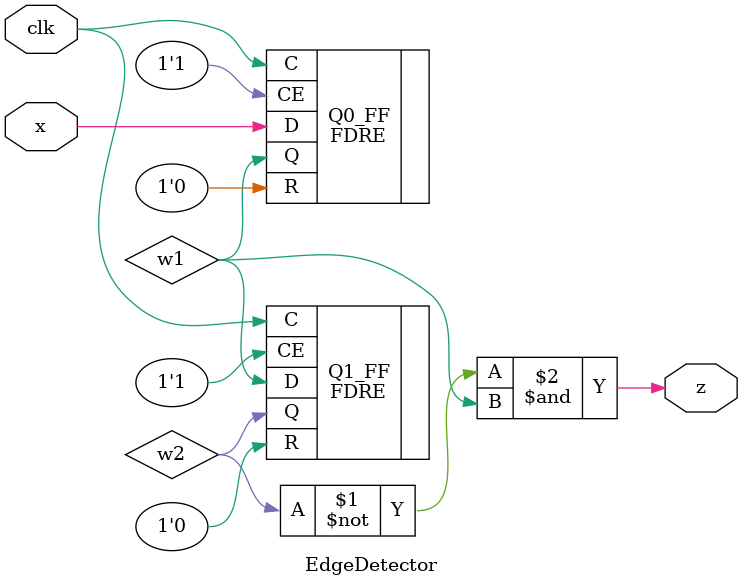
<source format=v>
`timescale 1ns / 1ps


module EdgeDetector(
    input clk,
    //either btnU or btnD
    input x,
    output z
    );
    
    wire w1, w2;
    
    FDRE #(.INIT(1'b0)) Q0_FF (.C(clk), .R(1'b0), .CE(1'b1), .D(x), .Q(w1));
    FDRE #(.INIT(1'b0)) Q1_FF (.C(clk), .R(1'b0), .CE(1'b1), .D(w1), .Q(w2));
    assign z = ~w2 & w1;

endmodule

</source>
